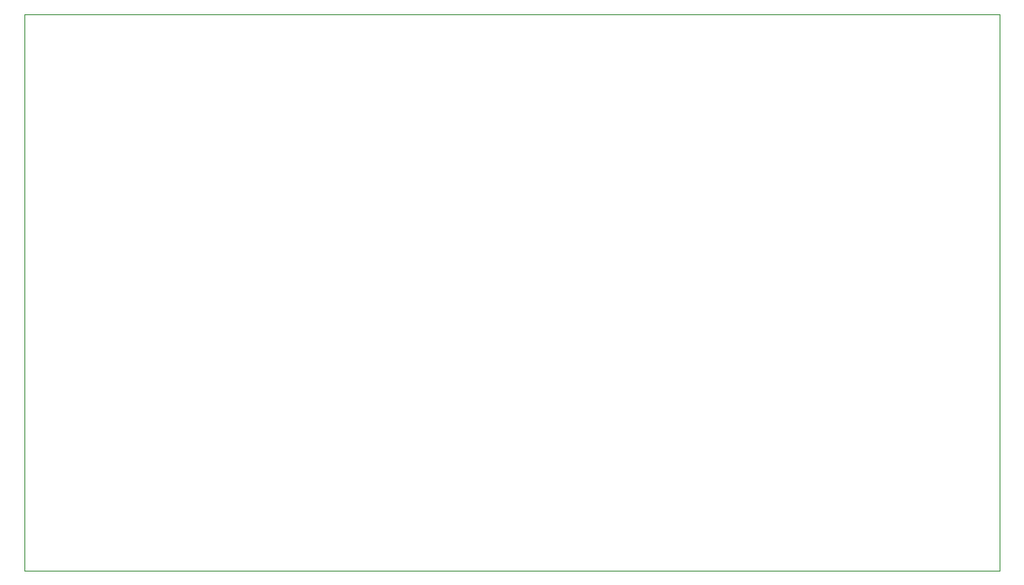
<source format=gbr>
%TF.GenerationSoftware,KiCad,Pcbnew,9.0.0*%
%TF.CreationDate,2025-06-04T21:14:10-04:00*%
%TF.ProjectId,thermal-pcb,74686572-6d61-46c2-9d70-63622e6b6963,rev?*%
%TF.SameCoordinates,Original*%
%TF.FileFunction,Profile,NP*%
%FSLAX46Y46*%
G04 Gerber Fmt 4.6, Leading zero omitted, Abs format (unit mm)*
G04 Created by KiCad (PCBNEW 9.0.0) date 2025-06-04 21:14:10*
%MOMM*%
%LPD*%
G01*
G04 APERTURE LIST*
%TA.AperFunction,Profile*%
%ADD10C,0.050000*%
%TD*%
G04 APERTURE END LIST*
D10*
X93396000Y-78676000D02*
X191396000Y-78676000D01*
X191396000Y-134676000D01*
X93396000Y-134676000D01*
X93396000Y-78676000D01*
M02*

</source>
